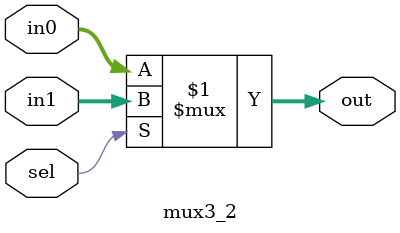
<source format=v>
/*
   CS/ECE 552, Fall '22
   Project Demo 1
  
   This module creates a mux with 2 3-bit data inputs.
   It also has a 1-bit data select and a single data output.
*/
module mux3_2 (
                // Outputs
                out,
                // Inputs
                in0, in1, sel
                );
	input [2:0] in0;
	input [2:0] in1;
	input sel;
	output [2:0] out;
	
   	assign out = (sel ? in1 : in0);
   	
endmodule

</source>
